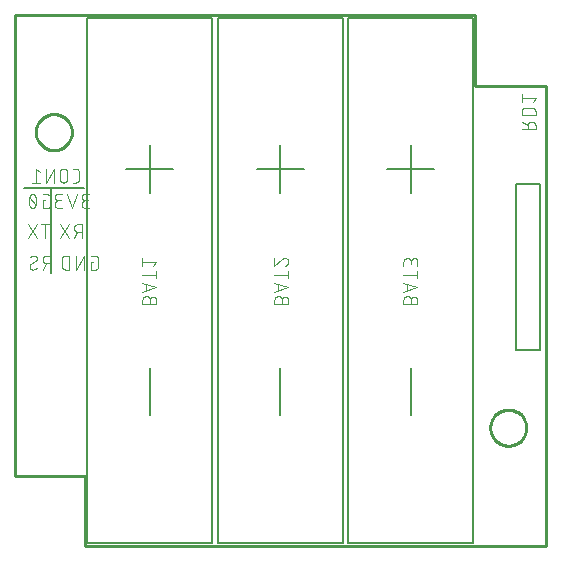
<source format=gbr>
G04 EAGLE Gerber RS-274X export*
G75*
%MOMM*%
%FSLAX34Y34*%
%LPD*%
%INSilkscreen Bottom*%
%IPPOS*%
%AMOC8*
5,1,8,0,0,1.08239X$1,22.5*%
G01*
%ADD10C,0.101600*%
%ADD11C,0.127000*%
%ADD12C,0.200000*%
%ADD13C,0.254000*%


D10*
X62992Y286258D02*
X59746Y286258D01*
X59633Y286260D01*
X59520Y286266D01*
X59407Y286276D01*
X59294Y286290D01*
X59182Y286307D01*
X59071Y286329D01*
X58961Y286354D01*
X58851Y286384D01*
X58743Y286417D01*
X58636Y286454D01*
X58530Y286494D01*
X58426Y286539D01*
X58323Y286587D01*
X58222Y286638D01*
X58123Y286693D01*
X58026Y286751D01*
X57931Y286813D01*
X57838Y286878D01*
X57748Y286946D01*
X57660Y287017D01*
X57574Y287092D01*
X57491Y287169D01*
X57411Y287249D01*
X57334Y287332D01*
X57259Y287418D01*
X57188Y287506D01*
X57120Y287596D01*
X57055Y287689D01*
X56993Y287784D01*
X56935Y287881D01*
X56880Y287980D01*
X56829Y288081D01*
X56781Y288184D01*
X56736Y288288D01*
X56696Y288394D01*
X56659Y288501D01*
X56626Y288609D01*
X56596Y288719D01*
X56571Y288829D01*
X56549Y288940D01*
X56532Y289052D01*
X56518Y289165D01*
X56508Y289278D01*
X56502Y289391D01*
X56500Y289504D01*
X56502Y289617D01*
X56508Y289730D01*
X56518Y289843D01*
X56532Y289956D01*
X56549Y290068D01*
X56571Y290179D01*
X56596Y290289D01*
X56626Y290399D01*
X56659Y290507D01*
X56696Y290614D01*
X56736Y290720D01*
X56781Y290824D01*
X56829Y290927D01*
X56880Y291028D01*
X56935Y291127D01*
X56993Y291224D01*
X57055Y291319D01*
X57120Y291412D01*
X57188Y291502D01*
X57259Y291590D01*
X57334Y291676D01*
X57411Y291759D01*
X57491Y291839D01*
X57574Y291916D01*
X57660Y291991D01*
X57748Y292062D01*
X57838Y292130D01*
X57931Y292195D01*
X58026Y292257D01*
X58123Y292315D01*
X58222Y292370D01*
X58323Y292421D01*
X58426Y292469D01*
X58530Y292514D01*
X58636Y292554D01*
X58743Y292591D01*
X58851Y292624D01*
X58961Y292654D01*
X59071Y292679D01*
X59182Y292701D01*
X59294Y292718D01*
X59407Y292732D01*
X59520Y292742D01*
X59633Y292748D01*
X59746Y292750D01*
X59097Y297942D02*
X62992Y297942D01*
X59097Y297942D02*
X58996Y297940D01*
X58896Y297934D01*
X58796Y297924D01*
X58696Y297911D01*
X58597Y297893D01*
X58498Y297872D01*
X58401Y297847D01*
X58304Y297818D01*
X58209Y297785D01*
X58115Y297749D01*
X58023Y297709D01*
X57932Y297666D01*
X57843Y297619D01*
X57756Y297569D01*
X57670Y297515D01*
X57587Y297458D01*
X57507Y297398D01*
X57428Y297335D01*
X57352Y297268D01*
X57279Y297199D01*
X57209Y297127D01*
X57141Y297053D01*
X57076Y296976D01*
X57015Y296896D01*
X56956Y296814D01*
X56901Y296730D01*
X56849Y296644D01*
X56800Y296556D01*
X56755Y296466D01*
X56713Y296374D01*
X56675Y296281D01*
X56641Y296186D01*
X56610Y296091D01*
X56583Y295994D01*
X56560Y295896D01*
X56540Y295797D01*
X56525Y295697D01*
X56513Y295597D01*
X56505Y295497D01*
X56501Y295396D01*
X56501Y295296D01*
X56505Y295195D01*
X56513Y295095D01*
X56525Y294995D01*
X56540Y294895D01*
X56560Y294796D01*
X56583Y294698D01*
X56610Y294601D01*
X56641Y294506D01*
X56675Y294411D01*
X56713Y294318D01*
X56755Y294226D01*
X56800Y294136D01*
X56849Y294048D01*
X56901Y293962D01*
X56956Y293878D01*
X57015Y293796D01*
X57076Y293716D01*
X57141Y293639D01*
X57209Y293565D01*
X57279Y293493D01*
X57352Y293424D01*
X57428Y293357D01*
X57507Y293294D01*
X57587Y293234D01*
X57670Y293177D01*
X57756Y293123D01*
X57843Y293073D01*
X57932Y293026D01*
X58023Y292983D01*
X58115Y292943D01*
X58209Y292907D01*
X58304Y292874D01*
X58401Y292845D01*
X58498Y292820D01*
X58597Y292799D01*
X58696Y292781D01*
X58796Y292768D01*
X58896Y292758D01*
X58996Y292752D01*
X59097Y292750D01*
X59097Y292749D02*
X61694Y292749D01*
X52211Y297942D02*
X48316Y286258D01*
X44422Y297942D01*
X40132Y286258D02*
X36887Y286258D01*
X36774Y286260D01*
X36661Y286266D01*
X36548Y286276D01*
X36435Y286290D01*
X36323Y286307D01*
X36212Y286329D01*
X36102Y286354D01*
X35992Y286384D01*
X35884Y286417D01*
X35777Y286454D01*
X35671Y286494D01*
X35567Y286539D01*
X35464Y286587D01*
X35363Y286638D01*
X35264Y286693D01*
X35167Y286751D01*
X35072Y286813D01*
X34979Y286878D01*
X34889Y286946D01*
X34801Y287017D01*
X34715Y287092D01*
X34632Y287169D01*
X34552Y287249D01*
X34475Y287332D01*
X34400Y287418D01*
X34329Y287506D01*
X34261Y287596D01*
X34196Y287689D01*
X34134Y287784D01*
X34076Y287881D01*
X34021Y287980D01*
X33970Y288081D01*
X33922Y288184D01*
X33877Y288288D01*
X33837Y288394D01*
X33800Y288501D01*
X33767Y288609D01*
X33737Y288719D01*
X33712Y288829D01*
X33690Y288940D01*
X33673Y289052D01*
X33659Y289165D01*
X33649Y289278D01*
X33643Y289391D01*
X33641Y289504D01*
X33643Y289617D01*
X33649Y289730D01*
X33659Y289843D01*
X33673Y289956D01*
X33690Y290068D01*
X33712Y290179D01*
X33737Y290289D01*
X33767Y290399D01*
X33800Y290507D01*
X33837Y290614D01*
X33877Y290720D01*
X33922Y290824D01*
X33970Y290927D01*
X34021Y291028D01*
X34076Y291127D01*
X34134Y291224D01*
X34196Y291319D01*
X34261Y291412D01*
X34329Y291502D01*
X34400Y291590D01*
X34475Y291676D01*
X34552Y291759D01*
X34632Y291839D01*
X34715Y291916D01*
X34801Y291991D01*
X34889Y292062D01*
X34979Y292130D01*
X35072Y292195D01*
X35167Y292257D01*
X35264Y292315D01*
X35363Y292370D01*
X35464Y292421D01*
X35567Y292469D01*
X35671Y292514D01*
X35777Y292554D01*
X35884Y292591D01*
X35992Y292624D01*
X36102Y292654D01*
X36212Y292679D01*
X36323Y292701D01*
X36435Y292718D01*
X36548Y292732D01*
X36661Y292742D01*
X36774Y292748D01*
X36887Y292750D01*
X36237Y297942D02*
X40132Y297942D01*
X36237Y297942D02*
X36136Y297940D01*
X36036Y297934D01*
X35936Y297924D01*
X35836Y297911D01*
X35737Y297893D01*
X35638Y297872D01*
X35541Y297847D01*
X35444Y297818D01*
X35349Y297785D01*
X35255Y297749D01*
X35163Y297709D01*
X35072Y297666D01*
X34983Y297619D01*
X34896Y297569D01*
X34810Y297515D01*
X34727Y297458D01*
X34647Y297398D01*
X34568Y297335D01*
X34492Y297268D01*
X34419Y297199D01*
X34349Y297127D01*
X34281Y297053D01*
X34216Y296976D01*
X34155Y296896D01*
X34096Y296814D01*
X34041Y296730D01*
X33989Y296644D01*
X33940Y296556D01*
X33895Y296466D01*
X33853Y296374D01*
X33815Y296281D01*
X33781Y296186D01*
X33750Y296091D01*
X33723Y295994D01*
X33700Y295896D01*
X33680Y295797D01*
X33665Y295697D01*
X33653Y295597D01*
X33645Y295497D01*
X33641Y295396D01*
X33641Y295296D01*
X33645Y295195D01*
X33653Y295095D01*
X33665Y294995D01*
X33680Y294895D01*
X33700Y294796D01*
X33723Y294698D01*
X33750Y294601D01*
X33781Y294506D01*
X33815Y294411D01*
X33853Y294318D01*
X33895Y294226D01*
X33940Y294136D01*
X33989Y294048D01*
X34041Y293962D01*
X34096Y293878D01*
X34155Y293796D01*
X34216Y293716D01*
X34281Y293639D01*
X34349Y293565D01*
X34419Y293493D01*
X34492Y293424D01*
X34568Y293357D01*
X34647Y293294D01*
X34727Y293234D01*
X34810Y293177D01*
X34896Y293123D01*
X34983Y293073D01*
X35072Y293026D01*
X35163Y292983D01*
X35255Y292943D01*
X35349Y292907D01*
X35444Y292874D01*
X35541Y292845D01*
X35638Y292820D01*
X35737Y292799D01*
X35836Y292781D01*
X35936Y292768D01*
X36036Y292758D01*
X36136Y292752D01*
X36237Y292750D01*
X36237Y292749D02*
X38834Y292749D01*
X56642Y272542D02*
X56642Y260858D01*
X56642Y272542D02*
X53396Y272542D01*
X53283Y272540D01*
X53170Y272534D01*
X53057Y272524D01*
X52944Y272510D01*
X52832Y272493D01*
X52721Y272471D01*
X52611Y272446D01*
X52501Y272416D01*
X52393Y272383D01*
X52286Y272346D01*
X52180Y272306D01*
X52076Y272261D01*
X51973Y272213D01*
X51872Y272162D01*
X51773Y272107D01*
X51676Y272049D01*
X51581Y271987D01*
X51488Y271922D01*
X51398Y271854D01*
X51310Y271783D01*
X51224Y271708D01*
X51141Y271631D01*
X51061Y271551D01*
X50984Y271468D01*
X50909Y271382D01*
X50838Y271294D01*
X50770Y271204D01*
X50705Y271111D01*
X50643Y271016D01*
X50585Y270919D01*
X50530Y270820D01*
X50479Y270719D01*
X50431Y270616D01*
X50386Y270512D01*
X50346Y270406D01*
X50309Y270299D01*
X50276Y270191D01*
X50246Y270081D01*
X50221Y269971D01*
X50199Y269860D01*
X50182Y269748D01*
X50168Y269635D01*
X50158Y269522D01*
X50152Y269409D01*
X50150Y269296D01*
X50152Y269183D01*
X50158Y269070D01*
X50168Y268957D01*
X50182Y268844D01*
X50199Y268732D01*
X50221Y268621D01*
X50246Y268511D01*
X50276Y268401D01*
X50309Y268293D01*
X50346Y268186D01*
X50386Y268080D01*
X50431Y267976D01*
X50479Y267873D01*
X50530Y267772D01*
X50585Y267673D01*
X50643Y267576D01*
X50705Y267481D01*
X50770Y267388D01*
X50838Y267298D01*
X50909Y267210D01*
X50984Y267124D01*
X51061Y267041D01*
X51141Y266961D01*
X51224Y266884D01*
X51310Y266809D01*
X51398Y266738D01*
X51488Y266670D01*
X51581Y266605D01*
X51676Y266543D01*
X51773Y266485D01*
X51872Y266430D01*
X51973Y266379D01*
X52076Y266331D01*
X52180Y266286D01*
X52286Y266246D01*
X52393Y266209D01*
X52501Y266176D01*
X52611Y266146D01*
X52721Y266121D01*
X52832Y266099D01*
X52944Y266082D01*
X53057Y266068D01*
X53170Y266058D01*
X53283Y266052D01*
X53396Y266050D01*
X53396Y266051D02*
X56642Y266051D01*
X52747Y266051D02*
X50151Y260858D01*
X45935Y260858D02*
X38145Y272542D01*
X45935Y272542D02*
X38145Y260858D01*
X64121Y240679D02*
X66068Y240679D01*
X64121Y240679D02*
X64121Y234188D01*
X68016Y234188D01*
X68115Y234190D01*
X68215Y234196D01*
X68314Y234205D01*
X68412Y234218D01*
X68510Y234235D01*
X68608Y234256D01*
X68704Y234281D01*
X68799Y234309D01*
X68893Y234341D01*
X68986Y234376D01*
X69078Y234415D01*
X69168Y234458D01*
X69256Y234503D01*
X69343Y234553D01*
X69427Y234605D01*
X69510Y234661D01*
X69590Y234719D01*
X69668Y234781D01*
X69743Y234846D01*
X69816Y234914D01*
X69886Y234984D01*
X69954Y235057D01*
X70019Y235132D01*
X70081Y235210D01*
X70139Y235290D01*
X70195Y235373D01*
X70247Y235457D01*
X70297Y235544D01*
X70342Y235632D01*
X70385Y235722D01*
X70424Y235814D01*
X70459Y235907D01*
X70491Y236001D01*
X70519Y236096D01*
X70544Y236192D01*
X70565Y236290D01*
X70582Y236388D01*
X70595Y236486D01*
X70604Y236585D01*
X70610Y236685D01*
X70612Y236784D01*
X70612Y243276D01*
X70610Y243375D01*
X70604Y243475D01*
X70595Y243574D01*
X70582Y243672D01*
X70565Y243770D01*
X70544Y243868D01*
X70519Y243964D01*
X70491Y244059D01*
X70459Y244153D01*
X70424Y244246D01*
X70385Y244338D01*
X70342Y244428D01*
X70297Y244516D01*
X70247Y244603D01*
X70195Y244687D01*
X70139Y244770D01*
X70081Y244850D01*
X70019Y244928D01*
X69954Y245003D01*
X69886Y245076D01*
X69816Y245146D01*
X69743Y245214D01*
X69668Y245279D01*
X69590Y245341D01*
X69510Y245399D01*
X69427Y245455D01*
X69343Y245507D01*
X69256Y245557D01*
X69168Y245602D01*
X69078Y245645D01*
X68986Y245684D01*
X68893Y245719D01*
X68799Y245751D01*
X68704Y245779D01*
X68608Y245804D01*
X68510Y245825D01*
X68412Y245842D01*
X68314Y245855D01*
X68215Y245864D01*
X68115Y245870D01*
X68016Y245872D01*
X64121Y245872D01*
X58420Y245872D02*
X58420Y234188D01*
X51929Y234188D02*
X58420Y245872D01*
X51929Y245872D02*
X51929Y234188D01*
X46228Y234188D02*
X46228Y245872D01*
X42983Y245872D01*
X42870Y245870D01*
X42757Y245864D01*
X42644Y245854D01*
X42531Y245840D01*
X42419Y245823D01*
X42308Y245801D01*
X42198Y245776D01*
X42088Y245746D01*
X41980Y245713D01*
X41873Y245676D01*
X41767Y245636D01*
X41663Y245591D01*
X41560Y245543D01*
X41459Y245492D01*
X41360Y245437D01*
X41263Y245379D01*
X41168Y245317D01*
X41075Y245252D01*
X40985Y245184D01*
X40897Y245113D01*
X40811Y245038D01*
X40728Y244961D01*
X40648Y244881D01*
X40571Y244798D01*
X40496Y244712D01*
X40425Y244624D01*
X40357Y244534D01*
X40292Y244441D01*
X40230Y244346D01*
X40172Y244249D01*
X40117Y244150D01*
X40066Y244049D01*
X40018Y243946D01*
X39973Y243842D01*
X39933Y243736D01*
X39896Y243629D01*
X39863Y243521D01*
X39833Y243411D01*
X39808Y243301D01*
X39786Y243190D01*
X39769Y243078D01*
X39755Y242965D01*
X39745Y242852D01*
X39739Y242739D01*
X39737Y242626D01*
X39737Y237434D01*
X39739Y237321D01*
X39745Y237208D01*
X39755Y237095D01*
X39769Y236982D01*
X39786Y236870D01*
X39808Y236759D01*
X39833Y236649D01*
X39863Y236539D01*
X39896Y236431D01*
X39933Y236324D01*
X39973Y236218D01*
X40018Y236114D01*
X40066Y236011D01*
X40117Y235910D01*
X40172Y235811D01*
X40230Y235714D01*
X40292Y235619D01*
X40357Y235526D01*
X40425Y235436D01*
X40496Y235348D01*
X40571Y235262D01*
X40648Y235179D01*
X40728Y235099D01*
X40811Y235022D01*
X40897Y234947D01*
X40985Y234876D01*
X41075Y234808D01*
X41168Y234743D01*
X41263Y234681D01*
X41360Y234623D01*
X41459Y234568D01*
X41560Y234517D01*
X41663Y234469D01*
X41767Y234424D01*
X41873Y234384D01*
X41980Y234347D01*
X42088Y234314D01*
X42198Y234284D01*
X42308Y234259D01*
X42419Y234237D01*
X42531Y234220D01*
X42644Y234206D01*
X42757Y234196D01*
X42870Y234190D01*
X42983Y234188D01*
X46228Y234188D01*
X29972Y234188D02*
X29972Y245872D01*
X26726Y245872D01*
X26613Y245870D01*
X26500Y245864D01*
X26387Y245854D01*
X26274Y245840D01*
X26162Y245823D01*
X26051Y245801D01*
X25941Y245776D01*
X25831Y245746D01*
X25723Y245713D01*
X25616Y245676D01*
X25510Y245636D01*
X25406Y245591D01*
X25303Y245543D01*
X25202Y245492D01*
X25103Y245437D01*
X25006Y245379D01*
X24911Y245317D01*
X24818Y245252D01*
X24728Y245184D01*
X24640Y245113D01*
X24554Y245038D01*
X24471Y244961D01*
X24391Y244881D01*
X24314Y244798D01*
X24239Y244712D01*
X24168Y244624D01*
X24100Y244534D01*
X24035Y244441D01*
X23973Y244346D01*
X23915Y244249D01*
X23860Y244150D01*
X23809Y244049D01*
X23761Y243946D01*
X23716Y243842D01*
X23676Y243736D01*
X23639Y243629D01*
X23606Y243521D01*
X23576Y243411D01*
X23551Y243301D01*
X23529Y243190D01*
X23512Y243078D01*
X23498Y242965D01*
X23488Y242852D01*
X23482Y242739D01*
X23480Y242626D01*
X23482Y242513D01*
X23488Y242400D01*
X23498Y242287D01*
X23512Y242174D01*
X23529Y242062D01*
X23551Y241951D01*
X23576Y241841D01*
X23606Y241731D01*
X23639Y241623D01*
X23676Y241516D01*
X23716Y241410D01*
X23761Y241306D01*
X23809Y241203D01*
X23860Y241102D01*
X23915Y241003D01*
X23973Y240906D01*
X24035Y240811D01*
X24100Y240718D01*
X24168Y240628D01*
X24239Y240540D01*
X24314Y240454D01*
X24391Y240371D01*
X24471Y240291D01*
X24554Y240214D01*
X24640Y240139D01*
X24728Y240068D01*
X24818Y240000D01*
X24911Y239935D01*
X25006Y239873D01*
X25103Y239815D01*
X25202Y239760D01*
X25303Y239709D01*
X25406Y239661D01*
X25510Y239616D01*
X25616Y239576D01*
X25723Y239539D01*
X25831Y239506D01*
X25941Y239476D01*
X26051Y239451D01*
X26162Y239429D01*
X26274Y239412D01*
X26387Y239398D01*
X26500Y239388D01*
X26613Y239382D01*
X26726Y239380D01*
X26726Y239381D02*
X29972Y239381D01*
X26077Y239381D02*
X23481Y234188D01*
X15102Y234188D02*
X15003Y234190D01*
X14903Y234196D01*
X14804Y234205D01*
X14706Y234218D01*
X14608Y234235D01*
X14510Y234256D01*
X14414Y234281D01*
X14319Y234309D01*
X14225Y234341D01*
X14132Y234376D01*
X14040Y234415D01*
X13950Y234458D01*
X13862Y234503D01*
X13775Y234553D01*
X13691Y234605D01*
X13608Y234661D01*
X13528Y234719D01*
X13450Y234781D01*
X13375Y234846D01*
X13302Y234914D01*
X13232Y234984D01*
X13164Y235057D01*
X13099Y235132D01*
X13037Y235210D01*
X12979Y235290D01*
X12923Y235373D01*
X12871Y235457D01*
X12821Y235544D01*
X12776Y235632D01*
X12733Y235722D01*
X12694Y235814D01*
X12659Y235907D01*
X12627Y236001D01*
X12599Y236096D01*
X12574Y236192D01*
X12553Y236290D01*
X12536Y236388D01*
X12523Y236486D01*
X12514Y236585D01*
X12508Y236685D01*
X12506Y236784D01*
X15102Y234188D02*
X15246Y234190D01*
X15391Y234196D01*
X15535Y234205D01*
X15678Y234218D01*
X15822Y234235D01*
X15965Y234256D01*
X16107Y234281D01*
X16248Y234309D01*
X16389Y234341D01*
X16529Y234377D01*
X16668Y234416D01*
X16806Y234459D01*
X16942Y234506D01*
X17078Y234556D01*
X17212Y234610D01*
X17344Y234667D01*
X17475Y234728D01*
X17604Y234792D01*
X17732Y234860D01*
X17858Y234931D01*
X17982Y235005D01*
X18103Y235082D01*
X18223Y235163D01*
X18341Y235246D01*
X18456Y235333D01*
X18569Y235423D01*
X18680Y235516D01*
X18788Y235611D01*
X18894Y235710D01*
X18997Y235811D01*
X18672Y243276D02*
X18670Y243375D01*
X18664Y243475D01*
X18655Y243574D01*
X18642Y243672D01*
X18625Y243770D01*
X18604Y243868D01*
X18579Y243964D01*
X18551Y244059D01*
X18519Y244153D01*
X18484Y244246D01*
X18445Y244338D01*
X18402Y244428D01*
X18357Y244516D01*
X18307Y244603D01*
X18255Y244687D01*
X18199Y244770D01*
X18141Y244850D01*
X18079Y244928D01*
X18014Y245003D01*
X17946Y245076D01*
X17876Y245146D01*
X17803Y245214D01*
X17728Y245279D01*
X17650Y245341D01*
X17570Y245399D01*
X17487Y245455D01*
X17403Y245507D01*
X17316Y245557D01*
X17228Y245602D01*
X17138Y245645D01*
X17046Y245684D01*
X16953Y245719D01*
X16859Y245751D01*
X16764Y245779D01*
X16668Y245804D01*
X16570Y245825D01*
X16472Y245842D01*
X16374Y245855D01*
X16275Y245864D01*
X16175Y245870D01*
X16076Y245872D01*
X15940Y245870D01*
X15804Y245864D01*
X15668Y245855D01*
X15532Y245842D01*
X15397Y245824D01*
X15263Y245804D01*
X15129Y245779D01*
X14995Y245751D01*
X14863Y245718D01*
X14732Y245683D01*
X14601Y245643D01*
X14472Y245600D01*
X14344Y245554D01*
X14218Y245503D01*
X14092Y245450D01*
X13969Y245392D01*
X13847Y245332D01*
X13727Y245268D01*
X13608Y245200D01*
X13492Y245130D01*
X13378Y245056D01*
X13265Y244979D01*
X13155Y244898D01*
X17374Y241004D02*
X17460Y241057D01*
X17544Y241114D01*
X17626Y241173D01*
X17706Y241236D01*
X17783Y241302D01*
X17858Y241370D01*
X17930Y241442D01*
X17999Y241516D01*
X18065Y241593D01*
X18128Y241672D01*
X18188Y241754D01*
X18245Y241838D01*
X18299Y241924D01*
X18349Y242012D01*
X18396Y242102D01*
X18440Y242193D01*
X18479Y242287D01*
X18516Y242381D01*
X18548Y242477D01*
X18577Y242575D01*
X18602Y242673D01*
X18623Y242772D01*
X18641Y242872D01*
X18654Y242972D01*
X18664Y243073D01*
X18670Y243175D01*
X18672Y243276D01*
X13804Y239056D02*
X13718Y239003D01*
X13634Y238946D01*
X13552Y238887D01*
X13472Y238824D01*
X13395Y238758D01*
X13320Y238690D01*
X13248Y238618D01*
X13179Y238544D01*
X13113Y238467D01*
X13050Y238388D01*
X12990Y238306D01*
X12933Y238222D01*
X12879Y238136D01*
X12829Y238048D01*
X12782Y237958D01*
X12738Y237867D01*
X12699Y237773D01*
X12662Y237679D01*
X12630Y237583D01*
X12601Y237485D01*
X12576Y237387D01*
X12555Y237288D01*
X12537Y237188D01*
X12524Y237088D01*
X12514Y236987D01*
X12508Y236885D01*
X12506Y236784D01*
X13804Y239056D02*
X17374Y241004D01*
X25456Y260858D02*
X25456Y272542D01*
X22211Y272542D02*
X28702Y272542D01*
X18683Y260858D02*
X10894Y272542D01*
X18683Y272542D02*
X10894Y260858D01*
X23481Y292749D02*
X25428Y292749D01*
X23481Y292749D02*
X23481Y286258D01*
X27376Y286258D01*
X27475Y286260D01*
X27575Y286266D01*
X27674Y286275D01*
X27772Y286288D01*
X27870Y286305D01*
X27968Y286326D01*
X28064Y286351D01*
X28159Y286379D01*
X28253Y286411D01*
X28346Y286446D01*
X28438Y286485D01*
X28528Y286528D01*
X28616Y286573D01*
X28703Y286623D01*
X28787Y286675D01*
X28870Y286731D01*
X28950Y286789D01*
X29028Y286851D01*
X29103Y286916D01*
X29176Y286984D01*
X29246Y287054D01*
X29314Y287127D01*
X29379Y287202D01*
X29441Y287280D01*
X29499Y287360D01*
X29555Y287443D01*
X29607Y287527D01*
X29657Y287614D01*
X29702Y287702D01*
X29745Y287792D01*
X29784Y287884D01*
X29819Y287977D01*
X29851Y288071D01*
X29879Y288166D01*
X29904Y288262D01*
X29925Y288360D01*
X29942Y288458D01*
X29955Y288556D01*
X29964Y288655D01*
X29970Y288755D01*
X29972Y288854D01*
X29972Y295346D01*
X29970Y295445D01*
X29964Y295545D01*
X29955Y295644D01*
X29942Y295742D01*
X29925Y295840D01*
X29904Y295938D01*
X29879Y296034D01*
X29851Y296129D01*
X29819Y296223D01*
X29784Y296316D01*
X29745Y296408D01*
X29702Y296498D01*
X29657Y296586D01*
X29607Y296673D01*
X29555Y296757D01*
X29499Y296840D01*
X29441Y296920D01*
X29379Y296998D01*
X29314Y297073D01*
X29246Y297146D01*
X29176Y297216D01*
X29103Y297284D01*
X29028Y297349D01*
X28950Y297411D01*
X28870Y297469D01*
X28787Y297525D01*
X28703Y297577D01*
X28616Y297627D01*
X28528Y297672D01*
X28438Y297715D01*
X28346Y297754D01*
X28253Y297789D01*
X28159Y297821D01*
X28064Y297849D01*
X27968Y297874D01*
X27870Y297895D01*
X27772Y297912D01*
X27674Y297925D01*
X27575Y297934D01*
X27475Y297940D01*
X27376Y297942D01*
X23481Y297942D01*
X17188Y296319D02*
X17287Y296112D01*
X17380Y295902D01*
X17468Y295689D01*
X17551Y295475D01*
X17629Y295259D01*
X17702Y295041D01*
X17770Y294821D01*
X17832Y294600D01*
X17889Y294377D01*
X17941Y294153D01*
X17987Y293928D01*
X18028Y293702D01*
X18063Y293475D01*
X18093Y293247D01*
X18118Y293018D01*
X18137Y292789D01*
X18151Y292560D01*
X18159Y292330D01*
X18162Y292100D01*
X17188Y296319D02*
X17155Y296409D01*
X17119Y296498D01*
X17079Y296586D01*
X17035Y296671D01*
X16988Y296755D01*
X16938Y296837D01*
X16884Y296917D01*
X16828Y296994D01*
X16768Y297070D01*
X16705Y297143D01*
X16640Y297213D01*
X16571Y297281D01*
X16500Y297345D01*
X16427Y297407D01*
X16351Y297466D01*
X16273Y297522D01*
X16192Y297575D01*
X16110Y297624D01*
X16026Y297670D01*
X15939Y297713D01*
X15852Y297752D01*
X15762Y297788D01*
X15672Y297820D01*
X15580Y297848D01*
X15487Y297873D01*
X15393Y297894D01*
X15299Y297911D01*
X15204Y297925D01*
X15108Y297934D01*
X15012Y297940D01*
X14916Y297942D01*
X14820Y297940D01*
X14724Y297934D01*
X14628Y297925D01*
X14533Y297911D01*
X14439Y297894D01*
X14345Y297873D01*
X14252Y297848D01*
X14160Y297820D01*
X14070Y297788D01*
X13980Y297752D01*
X13893Y297713D01*
X13806Y297670D01*
X13722Y297624D01*
X13640Y297575D01*
X13559Y297522D01*
X13481Y297466D01*
X13405Y297407D01*
X13332Y297345D01*
X13261Y297281D01*
X13192Y297213D01*
X13127Y297143D01*
X13064Y297070D01*
X13004Y296995D01*
X12948Y296917D01*
X12894Y296837D01*
X12844Y296755D01*
X12797Y296671D01*
X12754Y296586D01*
X12713Y296498D01*
X12677Y296409D01*
X12644Y296319D01*
X12545Y296111D01*
X12452Y295901D01*
X12364Y295689D01*
X12281Y295475D01*
X12203Y295258D01*
X12130Y295040D01*
X12062Y294821D01*
X12000Y294599D01*
X11943Y294377D01*
X11891Y294153D01*
X11845Y293928D01*
X11804Y293702D01*
X11769Y293474D01*
X11739Y293247D01*
X11714Y293018D01*
X11695Y292789D01*
X11681Y292560D01*
X11673Y292330D01*
X11670Y292100D01*
X18161Y292100D02*
X18158Y291870D01*
X18150Y291640D01*
X18136Y291411D01*
X18117Y291182D01*
X18092Y290953D01*
X18062Y290725D01*
X18027Y290498D01*
X17986Y290272D01*
X17940Y290047D01*
X17888Y289823D01*
X17831Y289600D01*
X17769Y289379D01*
X17701Y289159D01*
X17628Y288941D01*
X17550Y288725D01*
X17467Y288511D01*
X17379Y288299D01*
X17286Y288088D01*
X17187Y287881D01*
X17188Y287881D02*
X17155Y287791D01*
X17119Y287702D01*
X17078Y287614D01*
X17035Y287529D01*
X16988Y287445D01*
X16938Y287363D01*
X16884Y287283D01*
X16828Y287206D01*
X16768Y287130D01*
X16705Y287057D01*
X16640Y286987D01*
X16571Y286919D01*
X16500Y286855D01*
X16427Y286793D01*
X16351Y286734D01*
X16273Y286678D01*
X16192Y286625D01*
X16110Y286576D01*
X16026Y286530D01*
X15939Y286487D01*
X15852Y286448D01*
X15762Y286412D01*
X15672Y286380D01*
X15580Y286352D01*
X15487Y286327D01*
X15393Y286306D01*
X15299Y286289D01*
X15204Y286275D01*
X15108Y286266D01*
X15012Y286260D01*
X14916Y286258D01*
X12644Y287881D02*
X12545Y288088D01*
X12452Y288299D01*
X12364Y288511D01*
X12281Y288725D01*
X12203Y288941D01*
X12130Y289159D01*
X12062Y289379D01*
X12000Y289600D01*
X11943Y289823D01*
X11891Y290047D01*
X11845Y290272D01*
X11804Y290498D01*
X11769Y290725D01*
X11739Y290953D01*
X11714Y291182D01*
X11695Y291411D01*
X11681Y291640D01*
X11673Y291870D01*
X11670Y292100D01*
X12644Y287881D02*
X12677Y287791D01*
X12713Y287702D01*
X12754Y287614D01*
X12797Y287529D01*
X12844Y287445D01*
X12894Y287363D01*
X12948Y287283D01*
X13004Y287205D01*
X13064Y287130D01*
X13127Y287057D01*
X13192Y286987D01*
X13261Y286919D01*
X13332Y286855D01*
X13405Y286793D01*
X13481Y286734D01*
X13559Y286678D01*
X13640Y286625D01*
X13722Y286576D01*
X13806Y286530D01*
X13893Y286487D01*
X13980Y286448D01*
X14070Y286412D01*
X14160Y286380D01*
X14252Y286352D01*
X14345Y286327D01*
X14439Y286306D01*
X14533Y286289D01*
X14628Y286275D01*
X14724Y286266D01*
X14820Y286260D01*
X14916Y286258D01*
X17512Y288854D02*
X12319Y295346D01*
D11*
X7620Y303530D02*
X30480Y303530D01*
X58420Y303530D01*
X30480Y303530D02*
X30480Y231140D01*
D12*
X424340Y166220D02*
X424340Y306220D01*
X424340Y166220D02*
X444340Y166220D01*
X444340Y306220D01*
X424340Y306220D01*
D10*
X429198Y352913D02*
X440882Y352913D01*
X440882Y356158D01*
X440880Y356271D01*
X440874Y356384D01*
X440864Y356497D01*
X440850Y356610D01*
X440833Y356722D01*
X440811Y356833D01*
X440786Y356943D01*
X440756Y357053D01*
X440723Y357161D01*
X440686Y357268D01*
X440646Y357374D01*
X440601Y357478D01*
X440553Y357581D01*
X440502Y357682D01*
X440447Y357781D01*
X440389Y357878D01*
X440327Y357973D01*
X440262Y358066D01*
X440194Y358156D01*
X440123Y358244D01*
X440048Y358330D01*
X439971Y358413D01*
X439891Y358493D01*
X439808Y358570D01*
X439722Y358645D01*
X439634Y358716D01*
X439544Y358784D01*
X439451Y358849D01*
X439356Y358911D01*
X439259Y358969D01*
X439160Y359024D01*
X439059Y359075D01*
X438956Y359123D01*
X438852Y359168D01*
X438746Y359208D01*
X438639Y359245D01*
X438531Y359278D01*
X438421Y359308D01*
X438311Y359333D01*
X438200Y359355D01*
X438088Y359372D01*
X437975Y359386D01*
X437862Y359396D01*
X437749Y359402D01*
X437636Y359404D01*
X437523Y359402D01*
X437410Y359396D01*
X437297Y359386D01*
X437184Y359372D01*
X437072Y359355D01*
X436961Y359333D01*
X436851Y359308D01*
X436741Y359278D01*
X436633Y359245D01*
X436526Y359208D01*
X436420Y359168D01*
X436316Y359123D01*
X436213Y359075D01*
X436112Y359024D01*
X436013Y358969D01*
X435916Y358911D01*
X435821Y358849D01*
X435728Y358784D01*
X435638Y358716D01*
X435550Y358645D01*
X435464Y358570D01*
X435381Y358493D01*
X435301Y358413D01*
X435224Y358330D01*
X435149Y358244D01*
X435078Y358156D01*
X435010Y358066D01*
X434945Y357973D01*
X434883Y357878D01*
X434825Y357781D01*
X434770Y357682D01*
X434719Y357581D01*
X434671Y357478D01*
X434626Y357374D01*
X434586Y357268D01*
X434549Y357161D01*
X434516Y357053D01*
X434486Y356943D01*
X434461Y356833D01*
X434439Y356722D01*
X434422Y356610D01*
X434408Y356497D01*
X434398Y356384D01*
X434392Y356271D01*
X434390Y356158D01*
X434391Y356158D02*
X434391Y352913D01*
X434391Y356807D02*
X429198Y359404D01*
X429198Y364650D02*
X440882Y364650D01*
X440882Y367895D01*
X440880Y368008D01*
X440874Y368121D01*
X440864Y368234D01*
X440850Y368347D01*
X440833Y368459D01*
X440811Y368570D01*
X440786Y368680D01*
X440756Y368790D01*
X440723Y368898D01*
X440686Y369005D01*
X440646Y369111D01*
X440601Y369215D01*
X440553Y369318D01*
X440502Y369419D01*
X440447Y369518D01*
X440389Y369615D01*
X440327Y369710D01*
X440262Y369803D01*
X440194Y369893D01*
X440123Y369981D01*
X440048Y370067D01*
X439971Y370150D01*
X439891Y370230D01*
X439808Y370307D01*
X439722Y370382D01*
X439634Y370453D01*
X439544Y370521D01*
X439451Y370586D01*
X439356Y370648D01*
X439259Y370706D01*
X439160Y370761D01*
X439059Y370812D01*
X438956Y370860D01*
X438852Y370905D01*
X438746Y370945D01*
X438639Y370982D01*
X438531Y371015D01*
X438421Y371045D01*
X438311Y371070D01*
X438200Y371092D01*
X438088Y371109D01*
X437975Y371123D01*
X437862Y371133D01*
X437749Y371139D01*
X437636Y371141D01*
X432444Y371141D01*
X432331Y371139D01*
X432218Y371133D01*
X432105Y371123D01*
X431992Y371109D01*
X431880Y371092D01*
X431769Y371070D01*
X431659Y371045D01*
X431549Y371015D01*
X431441Y370982D01*
X431334Y370945D01*
X431228Y370905D01*
X431124Y370860D01*
X431021Y370812D01*
X430920Y370761D01*
X430821Y370706D01*
X430724Y370648D01*
X430629Y370586D01*
X430536Y370521D01*
X430446Y370453D01*
X430358Y370382D01*
X430272Y370307D01*
X430189Y370230D01*
X430109Y370150D01*
X430032Y370067D01*
X429957Y369981D01*
X429886Y369893D01*
X429818Y369803D01*
X429753Y369710D01*
X429691Y369615D01*
X429633Y369518D01*
X429578Y369419D01*
X429527Y369318D01*
X429479Y369215D01*
X429434Y369111D01*
X429394Y369005D01*
X429357Y368898D01*
X429324Y368790D01*
X429294Y368680D01*
X429269Y368570D01*
X429247Y368459D01*
X429230Y368347D01*
X429216Y368234D01*
X429206Y368121D01*
X429200Y368008D01*
X429198Y367895D01*
X429198Y364650D01*
X438286Y376461D02*
X440882Y379706D01*
X429198Y379706D01*
X429198Y376461D02*
X429198Y382952D01*
D12*
X134300Y319290D02*
X94300Y319290D01*
X114300Y339290D02*
X114300Y299290D01*
X114300Y150790D02*
X114300Y110790D01*
X61300Y2290D02*
X61300Y447290D01*
X61300Y2290D02*
X167300Y2290D01*
X167300Y447290D01*
X61300Y447290D01*
D10*
X114539Y208442D02*
X114539Y205197D01*
X114540Y208442D02*
X114538Y208555D01*
X114532Y208668D01*
X114522Y208781D01*
X114508Y208894D01*
X114491Y209006D01*
X114469Y209117D01*
X114444Y209227D01*
X114414Y209337D01*
X114381Y209445D01*
X114344Y209552D01*
X114304Y209658D01*
X114259Y209762D01*
X114211Y209865D01*
X114160Y209966D01*
X114105Y210065D01*
X114047Y210162D01*
X113985Y210257D01*
X113920Y210350D01*
X113852Y210440D01*
X113781Y210528D01*
X113706Y210614D01*
X113629Y210697D01*
X113549Y210777D01*
X113466Y210854D01*
X113380Y210929D01*
X113292Y211000D01*
X113202Y211068D01*
X113109Y211133D01*
X113014Y211195D01*
X112917Y211253D01*
X112818Y211308D01*
X112717Y211359D01*
X112614Y211407D01*
X112510Y211452D01*
X112404Y211492D01*
X112297Y211529D01*
X112189Y211562D01*
X112079Y211592D01*
X111969Y211617D01*
X111858Y211639D01*
X111746Y211656D01*
X111633Y211670D01*
X111520Y211680D01*
X111407Y211686D01*
X111294Y211688D01*
X111181Y211686D01*
X111068Y211680D01*
X110955Y211670D01*
X110842Y211656D01*
X110730Y211639D01*
X110619Y211617D01*
X110509Y211592D01*
X110399Y211562D01*
X110291Y211529D01*
X110184Y211492D01*
X110078Y211452D01*
X109974Y211407D01*
X109871Y211359D01*
X109770Y211308D01*
X109671Y211253D01*
X109574Y211195D01*
X109479Y211133D01*
X109386Y211068D01*
X109296Y211000D01*
X109208Y210929D01*
X109122Y210854D01*
X109039Y210777D01*
X108959Y210697D01*
X108882Y210614D01*
X108807Y210528D01*
X108736Y210440D01*
X108668Y210350D01*
X108603Y210257D01*
X108541Y210162D01*
X108483Y210065D01*
X108428Y209966D01*
X108377Y209865D01*
X108329Y209762D01*
X108284Y209658D01*
X108244Y209552D01*
X108207Y209445D01*
X108174Y209337D01*
X108144Y209227D01*
X108119Y209117D01*
X108097Y209006D01*
X108080Y208894D01*
X108066Y208781D01*
X108056Y208668D01*
X108050Y208555D01*
X108048Y208442D01*
X108048Y205197D01*
X119732Y205197D01*
X119732Y208442D01*
X119730Y208543D01*
X119724Y208643D01*
X119714Y208743D01*
X119701Y208843D01*
X119683Y208942D01*
X119662Y209041D01*
X119637Y209138D01*
X119608Y209235D01*
X119575Y209330D01*
X119539Y209424D01*
X119499Y209516D01*
X119456Y209607D01*
X119409Y209696D01*
X119359Y209783D01*
X119305Y209869D01*
X119248Y209952D01*
X119188Y210032D01*
X119125Y210111D01*
X119058Y210187D01*
X118989Y210260D01*
X118917Y210330D01*
X118843Y210398D01*
X118766Y210463D01*
X118686Y210524D01*
X118604Y210583D01*
X118520Y210638D01*
X118434Y210690D01*
X118346Y210739D01*
X118256Y210784D01*
X118164Y210826D01*
X118071Y210864D01*
X117976Y210898D01*
X117881Y210929D01*
X117784Y210956D01*
X117686Y210979D01*
X117587Y210999D01*
X117487Y211014D01*
X117387Y211026D01*
X117287Y211034D01*
X117186Y211038D01*
X117086Y211038D01*
X116985Y211034D01*
X116885Y211026D01*
X116785Y211014D01*
X116685Y210999D01*
X116586Y210979D01*
X116488Y210956D01*
X116391Y210929D01*
X116296Y210898D01*
X116201Y210864D01*
X116108Y210826D01*
X116016Y210784D01*
X115926Y210739D01*
X115838Y210690D01*
X115752Y210638D01*
X115668Y210583D01*
X115586Y210524D01*
X115506Y210463D01*
X115429Y210398D01*
X115355Y210330D01*
X115283Y210260D01*
X115214Y210187D01*
X115147Y210111D01*
X115084Y210032D01*
X115024Y209952D01*
X114967Y209869D01*
X114913Y209783D01*
X114863Y209696D01*
X114816Y209607D01*
X114773Y209516D01*
X114733Y209424D01*
X114697Y209330D01*
X114664Y209235D01*
X114635Y209138D01*
X114610Y209041D01*
X114589Y208942D01*
X114571Y208843D01*
X114558Y208743D01*
X114548Y208643D01*
X114542Y208543D01*
X114540Y208442D01*
X108048Y215427D02*
X119732Y219322D01*
X108048Y223217D01*
X110969Y222243D02*
X110969Y216401D01*
X108048Y229990D02*
X119732Y229990D01*
X119732Y233235D02*
X119732Y226744D01*
X117136Y237412D02*
X119732Y240658D01*
X108048Y240658D01*
X108048Y243903D02*
X108048Y237412D01*
D12*
X204790Y319290D02*
X244790Y319290D01*
X224790Y339290D02*
X224790Y299290D01*
X224790Y150790D02*
X224790Y110790D01*
X171790Y2290D02*
X171790Y447290D01*
X171790Y2290D02*
X277790Y2290D01*
X277790Y447290D01*
X171790Y447290D01*
D10*
X226299Y208442D02*
X226299Y205197D01*
X226300Y208442D02*
X226298Y208555D01*
X226292Y208668D01*
X226282Y208781D01*
X226268Y208894D01*
X226251Y209006D01*
X226229Y209117D01*
X226204Y209227D01*
X226174Y209337D01*
X226141Y209445D01*
X226104Y209552D01*
X226064Y209658D01*
X226019Y209762D01*
X225971Y209865D01*
X225920Y209966D01*
X225865Y210065D01*
X225807Y210162D01*
X225745Y210257D01*
X225680Y210350D01*
X225612Y210440D01*
X225541Y210528D01*
X225466Y210614D01*
X225389Y210697D01*
X225309Y210777D01*
X225226Y210854D01*
X225140Y210929D01*
X225052Y211000D01*
X224962Y211068D01*
X224869Y211133D01*
X224774Y211195D01*
X224677Y211253D01*
X224578Y211308D01*
X224477Y211359D01*
X224374Y211407D01*
X224270Y211452D01*
X224164Y211492D01*
X224057Y211529D01*
X223949Y211562D01*
X223839Y211592D01*
X223729Y211617D01*
X223618Y211639D01*
X223506Y211656D01*
X223393Y211670D01*
X223280Y211680D01*
X223167Y211686D01*
X223054Y211688D01*
X222941Y211686D01*
X222828Y211680D01*
X222715Y211670D01*
X222602Y211656D01*
X222490Y211639D01*
X222379Y211617D01*
X222269Y211592D01*
X222159Y211562D01*
X222051Y211529D01*
X221944Y211492D01*
X221838Y211452D01*
X221734Y211407D01*
X221631Y211359D01*
X221530Y211308D01*
X221431Y211253D01*
X221334Y211195D01*
X221239Y211133D01*
X221146Y211068D01*
X221056Y211000D01*
X220968Y210929D01*
X220882Y210854D01*
X220799Y210777D01*
X220719Y210697D01*
X220642Y210614D01*
X220567Y210528D01*
X220496Y210440D01*
X220428Y210350D01*
X220363Y210257D01*
X220301Y210162D01*
X220243Y210065D01*
X220188Y209966D01*
X220137Y209865D01*
X220089Y209762D01*
X220044Y209658D01*
X220004Y209552D01*
X219967Y209445D01*
X219934Y209337D01*
X219904Y209227D01*
X219879Y209117D01*
X219857Y209006D01*
X219840Y208894D01*
X219826Y208781D01*
X219816Y208668D01*
X219810Y208555D01*
X219808Y208442D01*
X219808Y205197D01*
X231492Y205197D01*
X231492Y208442D01*
X231490Y208543D01*
X231484Y208643D01*
X231474Y208743D01*
X231461Y208843D01*
X231443Y208942D01*
X231422Y209041D01*
X231397Y209138D01*
X231368Y209235D01*
X231335Y209330D01*
X231299Y209424D01*
X231259Y209516D01*
X231216Y209607D01*
X231169Y209696D01*
X231119Y209783D01*
X231065Y209869D01*
X231008Y209952D01*
X230948Y210032D01*
X230885Y210111D01*
X230818Y210187D01*
X230749Y210260D01*
X230677Y210330D01*
X230603Y210398D01*
X230526Y210463D01*
X230446Y210524D01*
X230364Y210583D01*
X230280Y210638D01*
X230194Y210690D01*
X230106Y210739D01*
X230016Y210784D01*
X229924Y210826D01*
X229831Y210864D01*
X229736Y210898D01*
X229641Y210929D01*
X229544Y210956D01*
X229446Y210979D01*
X229347Y210999D01*
X229247Y211014D01*
X229147Y211026D01*
X229047Y211034D01*
X228946Y211038D01*
X228846Y211038D01*
X228745Y211034D01*
X228645Y211026D01*
X228545Y211014D01*
X228445Y210999D01*
X228346Y210979D01*
X228248Y210956D01*
X228151Y210929D01*
X228056Y210898D01*
X227961Y210864D01*
X227868Y210826D01*
X227776Y210784D01*
X227686Y210739D01*
X227598Y210690D01*
X227512Y210638D01*
X227428Y210583D01*
X227346Y210524D01*
X227266Y210463D01*
X227189Y210398D01*
X227115Y210330D01*
X227043Y210260D01*
X226974Y210187D01*
X226907Y210111D01*
X226844Y210032D01*
X226784Y209952D01*
X226727Y209869D01*
X226673Y209783D01*
X226623Y209696D01*
X226576Y209607D01*
X226533Y209516D01*
X226493Y209424D01*
X226457Y209330D01*
X226424Y209235D01*
X226395Y209138D01*
X226370Y209041D01*
X226349Y208942D01*
X226331Y208843D01*
X226318Y208743D01*
X226308Y208643D01*
X226302Y208543D01*
X226300Y208442D01*
X219808Y215427D02*
X231492Y219322D01*
X219808Y223217D01*
X222729Y222243D02*
X222729Y216401D01*
X219808Y229990D02*
X231492Y229990D01*
X231492Y233235D02*
X231492Y226744D01*
X231492Y240982D02*
X231490Y241089D01*
X231484Y241195D01*
X231474Y241301D01*
X231461Y241407D01*
X231443Y241513D01*
X231422Y241617D01*
X231397Y241721D01*
X231368Y241824D01*
X231336Y241925D01*
X231299Y242025D01*
X231259Y242124D01*
X231216Y242222D01*
X231169Y242318D01*
X231118Y242412D01*
X231064Y242504D01*
X231007Y242594D01*
X230947Y242682D01*
X230883Y242767D01*
X230816Y242850D01*
X230746Y242931D01*
X230674Y243009D01*
X230598Y243085D01*
X230520Y243157D01*
X230439Y243227D01*
X230356Y243294D01*
X230271Y243358D01*
X230183Y243418D01*
X230093Y243475D01*
X230001Y243529D01*
X229907Y243580D01*
X229811Y243627D01*
X229713Y243670D01*
X229614Y243710D01*
X229514Y243747D01*
X229413Y243779D01*
X229310Y243808D01*
X229206Y243833D01*
X229102Y243854D01*
X228996Y243872D01*
X228890Y243885D01*
X228784Y243895D01*
X228678Y243901D01*
X228571Y243903D01*
X231492Y240982D02*
X231490Y240861D01*
X231484Y240740D01*
X231474Y240620D01*
X231461Y240499D01*
X231443Y240380D01*
X231422Y240260D01*
X231397Y240142D01*
X231368Y240025D01*
X231335Y239908D01*
X231299Y239793D01*
X231258Y239679D01*
X231215Y239566D01*
X231167Y239454D01*
X231116Y239345D01*
X231061Y239237D01*
X231003Y239130D01*
X230942Y239026D01*
X230877Y238924D01*
X230809Y238824D01*
X230738Y238726D01*
X230664Y238630D01*
X230587Y238537D01*
X230506Y238447D01*
X230423Y238359D01*
X230337Y238274D01*
X230248Y238191D01*
X230157Y238112D01*
X230063Y238035D01*
X229967Y237962D01*
X229869Y237892D01*
X229768Y237825D01*
X229665Y237761D01*
X229560Y237701D01*
X229453Y237644D01*
X229345Y237590D01*
X229235Y237540D01*
X229123Y237494D01*
X229010Y237451D01*
X228895Y237412D01*
X226299Y242930D02*
X226376Y243009D01*
X226457Y243085D01*
X226540Y243158D01*
X226625Y243228D01*
X226713Y243295D01*
X226803Y243359D01*
X226895Y243419D01*
X226990Y243476D01*
X227086Y243530D01*
X227184Y243581D01*
X227284Y243628D01*
X227386Y243672D01*
X227489Y243712D01*
X227593Y243748D01*
X227699Y243780D01*
X227805Y243809D01*
X227913Y243834D01*
X228021Y243856D01*
X228131Y243873D01*
X228240Y243887D01*
X228350Y243896D01*
X228461Y243902D01*
X228571Y243904D01*
X226299Y242930D02*
X219808Y237412D01*
X219808Y243903D01*
D12*
X315280Y319290D02*
X355280Y319290D01*
X335280Y339290D02*
X335280Y299290D01*
X335280Y150790D02*
X335280Y110790D01*
X282280Y2290D02*
X282280Y447290D01*
X282280Y2290D02*
X388280Y2290D01*
X388280Y447290D01*
X282280Y447290D01*
D10*
X335519Y208442D02*
X335519Y205197D01*
X335520Y208442D02*
X335518Y208555D01*
X335512Y208668D01*
X335502Y208781D01*
X335488Y208894D01*
X335471Y209006D01*
X335449Y209117D01*
X335424Y209227D01*
X335394Y209337D01*
X335361Y209445D01*
X335324Y209552D01*
X335284Y209658D01*
X335239Y209762D01*
X335191Y209865D01*
X335140Y209966D01*
X335085Y210065D01*
X335027Y210162D01*
X334965Y210257D01*
X334900Y210350D01*
X334832Y210440D01*
X334761Y210528D01*
X334686Y210614D01*
X334609Y210697D01*
X334529Y210777D01*
X334446Y210854D01*
X334360Y210929D01*
X334272Y211000D01*
X334182Y211068D01*
X334089Y211133D01*
X333994Y211195D01*
X333897Y211253D01*
X333798Y211308D01*
X333697Y211359D01*
X333594Y211407D01*
X333490Y211452D01*
X333384Y211492D01*
X333277Y211529D01*
X333169Y211562D01*
X333059Y211592D01*
X332949Y211617D01*
X332838Y211639D01*
X332726Y211656D01*
X332613Y211670D01*
X332500Y211680D01*
X332387Y211686D01*
X332274Y211688D01*
X332161Y211686D01*
X332048Y211680D01*
X331935Y211670D01*
X331822Y211656D01*
X331710Y211639D01*
X331599Y211617D01*
X331489Y211592D01*
X331379Y211562D01*
X331271Y211529D01*
X331164Y211492D01*
X331058Y211452D01*
X330954Y211407D01*
X330851Y211359D01*
X330750Y211308D01*
X330651Y211253D01*
X330554Y211195D01*
X330459Y211133D01*
X330366Y211068D01*
X330276Y211000D01*
X330188Y210929D01*
X330102Y210854D01*
X330019Y210777D01*
X329939Y210697D01*
X329862Y210614D01*
X329787Y210528D01*
X329716Y210440D01*
X329648Y210350D01*
X329583Y210257D01*
X329521Y210162D01*
X329463Y210065D01*
X329408Y209966D01*
X329357Y209865D01*
X329309Y209762D01*
X329264Y209658D01*
X329224Y209552D01*
X329187Y209445D01*
X329154Y209337D01*
X329124Y209227D01*
X329099Y209117D01*
X329077Y209006D01*
X329060Y208894D01*
X329046Y208781D01*
X329036Y208668D01*
X329030Y208555D01*
X329028Y208442D01*
X329028Y205197D01*
X340712Y205197D01*
X340712Y208442D01*
X340710Y208543D01*
X340704Y208643D01*
X340694Y208743D01*
X340681Y208843D01*
X340663Y208942D01*
X340642Y209041D01*
X340617Y209138D01*
X340588Y209235D01*
X340555Y209330D01*
X340519Y209424D01*
X340479Y209516D01*
X340436Y209607D01*
X340389Y209696D01*
X340339Y209783D01*
X340285Y209869D01*
X340228Y209952D01*
X340168Y210032D01*
X340105Y210111D01*
X340038Y210187D01*
X339969Y210260D01*
X339897Y210330D01*
X339823Y210398D01*
X339746Y210463D01*
X339666Y210524D01*
X339584Y210583D01*
X339500Y210638D01*
X339414Y210690D01*
X339326Y210739D01*
X339236Y210784D01*
X339144Y210826D01*
X339051Y210864D01*
X338956Y210898D01*
X338861Y210929D01*
X338764Y210956D01*
X338666Y210979D01*
X338567Y210999D01*
X338467Y211014D01*
X338367Y211026D01*
X338267Y211034D01*
X338166Y211038D01*
X338066Y211038D01*
X337965Y211034D01*
X337865Y211026D01*
X337765Y211014D01*
X337665Y210999D01*
X337566Y210979D01*
X337468Y210956D01*
X337371Y210929D01*
X337276Y210898D01*
X337181Y210864D01*
X337088Y210826D01*
X336996Y210784D01*
X336906Y210739D01*
X336818Y210690D01*
X336732Y210638D01*
X336648Y210583D01*
X336566Y210524D01*
X336486Y210463D01*
X336409Y210398D01*
X336335Y210330D01*
X336263Y210260D01*
X336194Y210187D01*
X336127Y210111D01*
X336064Y210032D01*
X336004Y209952D01*
X335947Y209869D01*
X335893Y209783D01*
X335843Y209696D01*
X335796Y209607D01*
X335753Y209516D01*
X335713Y209424D01*
X335677Y209330D01*
X335644Y209235D01*
X335615Y209138D01*
X335590Y209041D01*
X335569Y208942D01*
X335551Y208843D01*
X335538Y208743D01*
X335528Y208643D01*
X335522Y208543D01*
X335520Y208442D01*
X329028Y215427D02*
X340712Y219322D01*
X329028Y223217D01*
X331949Y222243D02*
X331949Y216401D01*
X329028Y229990D02*
X340712Y229990D01*
X340712Y233235D02*
X340712Y226744D01*
X329028Y237412D02*
X329028Y240658D01*
X329030Y240771D01*
X329036Y240884D01*
X329046Y240997D01*
X329060Y241110D01*
X329077Y241222D01*
X329099Y241333D01*
X329124Y241443D01*
X329154Y241553D01*
X329187Y241661D01*
X329224Y241768D01*
X329264Y241874D01*
X329309Y241978D01*
X329357Y242081D01*
X329408Y242182D01*
X329463Y242281D01*
X329521Y242378D01*
X329583Y242473D01*
X329648Y242566D01*
X329716Y242656D01*
X329787Y242744D01*
X329862Y242830D01*
X329939Y242913D01*
X330019Y242993D01*
X330102Y243070D01*
X330188Y243145D01*
X330276Y243216D01*
X330366Y243284D01*
X330459Y243349D01*
X330554Y243411D01*
X330651Y243469D01*
X330750Y243524D01*
X330851Y243575D01*
X330954Y243623D01*
X331058Y243668D01*
X331164Y243708D01*
X331271Y243745D01*
X331379Y243778D01*
X331489Y243808D01*
X331599Y243833D01*
X331710Y243855D01*
X331822Y243872D01*
X331935Y243886D01*
X332048Y243896D01*
X332161Y243902D01*
X332274Y243904D01*
X332387Y243902D01*
X332500Y243896D01*
X332613Y243886D01*
X332726Y243872D01*
X332838Y243855D01*
X332949Y243833D01*
X333059Y243808D01*
X333169Y243778D01*
X333277Y243745D01*
X333384Y243708D01*
X333490Y243668D01*
X333594Y243623D01*
X333697Y243575D01*
X333798Y243524D01*
X333897Y243469D01*
X333994Y243411D01*
X334089Y243349D01*
X334182Y243284D01*
X334272Y243216D01*
X334360Y243145D01*
X334446Y243070D01*
X334529Y242993D01*
X334609Y242913D01*
X334686Y242830D01*
X334761Y242744D01*
X334832Y242656D01*
X334900Y242566D01*
X334965Y242473D01*
X335027Y242378D01*
X335085Y242281D01*
X335140Y242182D01*
X335191Y242081D01*
X335239Y241978D01*
X335284Y241874D01*
X335324Y241768D01*
X335361Y241661D01*
X335394Y241553D01*
X335424Y241443D01*
X335449Y241333D01*
X335471Y241222D01*
X335488Y241110D01*
X335502Y240997D01*
X335512Y240884D01*
X335518Y240771D01*
X335520Y240658D01*
X340712Y241307D02*
X340712Y237412D01*
X340712Y241307D02*
X340710Y241408D01*
X340704Y241508D01*
X340694Y241608D01*
X340681Y241708D01*
X340663Y241807D01*
X340642Y241906D01*
X340617Y242003D01*
X340588Y242100D01*
X340555Y242195D01*
X340519Y242289D01*
X340479Y242381D01*
X340436Y242472D01*
X340389Y242561D01*
X340339Y242648D01*
X340285Y242734D01*
X340228Y242817D01*
X340168Y242897D01*
X340105Y242976D01*
X340038Y243052D01*
X339969Y243125D01*
X339897Y243195D01*
X339823Y243263D01*
X339746Y243328D01*
X339666Y243389D01*
X339584Y243448D01*
X339500Y243503D01*
X339414Y243555D01*
X339326Y243604D01*
X339236Y243649D01*
X339144Y243691D01*
X339051Y243729D01*
X338956Y243763D01*
X338861Y243794D01*
X338764Y243821D01*
X338666Y243844D01*
X338567Y243864D01*
X338467Y243879D01*
X338367Y243891D01*
X338267Y243899D01*
X338166Y243903D01*
X338066Y243903D01*
X337965Y243899D01*
X337865Y243891D01*
X337765Y243879D01*
X337665Y243864D01*
X337566Y243844D01*
X337468Y243821D01*
X337371Y243794D01*
X337276Y243763D01*
X337181Y243729D01*
X337088Y243691D01*
X336996Y243649D01*
X336906Y243604D01*
X336818Y243555D01*
X336732Y243503D01*
X336648Y243448D01*
X336566Y243389D01*
X336486Y243328D01*
X336409Y243263D01*
X336335Y243195D01*
X336263Y243125D01*
X336194Y243052D01*
X336127Y242976D01*
X336064Y242897D01*
X336004Y242817D01*
X335947Y242734D01*
X335893Y242648D01*
X335843Y242561D01*
X335796Y242472D01*
X335753Y242381D01*
X335713Y242289D01*
X335677Y242195D01*
X335644Y242100D01*
X335615Y242003D01*
X335590Y241906D01*
X335569Y241807D01*
X335551Y241708D01*
X335538Y241608D01*
X335528Y241508D01*
X335522Y241408D01*
X335520Y241307D01*
X335519Y241307D02*
X335519Y238710D01*
X51529Y307848D02*
X48933Y307848D01*
X51529Y307848D02*
X51628Y307850D01*
X51728Y307856D01*
X51827Y307865D01*
X51925Y307878D01*
X52023Y307895D01*
X52121Y307916D01*
X52217Y307941D01*
X52312Y307969D01*
X52406Y308001D01*
X52499Y308036D01*
X52591Y308075D01*
X52681Y308118D01*
X52769Y308163D01*
X52856Y308213D01*
X52940Y308265D01*
X53023Y308321D01*
X53103Y308379D01*
X53181Y308441D01*
X53256Y308506D01*
X53329Y308574D01*
X53399Y308644D01*
X53467Y308717D01*
X53532Y308792D01*
X53594Y308870D01*
X53652Y308950D01*
X53708Y309033D01*
X53760Y309117D01*
X53810Y309204D01*
X53855Y309292D01*
X53898Y309382D01*
X53937Y309474D01*
X53972Y309567D01*
X54004Y309661D01*
X54032Y309756D01*
X54057Y309852D01*
X54078Y309950D01*
X54095Y310048D01*
X54108Y310146D01*
X54117Y310245D01*
X54123Y310345D01*
X54125Y310444D01*
X54126Y310444D02*
X54126Y316936D01*
X54125Y316936D02*
X54123Y317035D01*
X54117Y317135D01*
X54108Y317234D01*
X54095Y317332D01*
X54078Y317430D01*
X54057Y317528D01*
X54032Y317624D01*
X54004Y317719D01*
X53972Y317813D01*
X53937Y317906D01*
X53898Y317998D01*
X53855Y318088D01*
X53810Y318176D01*
X53760Y318263D01*
X53708Y318347D01*
X53652Y318430D01*
X53594Y318510D01*
X53532Y318588D01*
X53467Y318663D01*
X53399Y318736D01*
X53329Y318806D01*
X53256Y318874D01*
X53181Y318939D01*
X53103Y319001D01*
X53023Y319059D01*
X52940Y319115D01*
X52856Y319167D01*
X52769Y319217D01*
X52681Y319262D01*
X52591Y319305D01*
X52499Y319344D01*
X52406Y319379D01*
X52312Y319411D01*
X52217Y319439D01*
X52121Y319464D01*
X52023Y319485D01*
X51925Y319502D01*
X51827Y319515D01*
X51728Y319524D01*
X51628Y319530D01*
X51529Y319532D01*
X48933Y319532D01*
X44567Y316286D02*
X44567Y311094D01*
X44568Y316286D02*
X44566Y316399D01*
X44560Y316512D01*
X44550Y316625D01*
X44536Y316738D01*
X44519Y316850D01*
X44497Y316961D01*
X44472Y317071D01*
X44442Y317181D01*
X44409Y317289D01*
X44372Y317396D01*
X44332Y317502D01*
X44287Y317606D01*
X44239Y317709D01*
X44188Y317810D01*
X44133Y317909D01*
X44075Y318006D01*
X44013Y318101D01*
X43948Y318194D01*
X43880Y318284D01*
X43809Y318372D01*
X43734Y318458D01*
X43657Y318541D01*
X43577Y318621D01*
X43494Y318698D01*
X43408Y318773D01*
X43320Y318844D01*
X43230Y318912D01*
X43137Y318977D01*
X43042Y319039D01*
X42945Y319097D01*
X42846Y319152D01*
X42745Y319203D01*
X42642Y319251D01*
X42538Y319296D01*
X42432Y319336D01*
X42325Y319373D01*
X42217Y319406D01*
X42107Y319436D01*
X41997Y319461D01*
X41886Y319483D01*
X41774Y319500D01*
X41661Y319514D01*
X41548Y319524D01*
X41435Y319530D01*
X41322Y319532D01*
X41209Y319530D01*
X41096Y319524D01*
X40983Y319514D01*
X40870Y319500D01*
X40758Y319483D01*
X40647Y319461D01*
X40537Y319436D01*
X40427Y319406D01*
X40319Y319373D01*
X40212Y319336D01*
X40106Y319296D01*
X40002Y319251D01*
X39899Y319203D01*
X39798Y319152D01*
X39699Y319097D01*
X39602Y319039D01*
X39507Y318977D01*
X39414Y318912D01*
X39324Y318844D01*
X39236Y318773D01*
X39150Y318698D01*
X39067Y318621D01*
X38987Y318541D01*
X38910Y318458D01*
X38835Y318372D01*
X38764Y318284D01*
X38696Y318194D01*
X38631Y318101D01*
X38569Y318006D01*
X38511Y317909D01*
X38456Y317810D01*
X38405Y317709D01*
X38357Y317606D01*
X38312Y317502D01*
X38272Y317396D01*
X38235Y317289D01*
X38202Y317181D01*
X38172Y317071D01*
X38147Y316961D01*
X38125Y316850D01*
X38108Y316738D01*
X38094Y316625D01*
X38084Y316512D01*
X38078Y316399D01*
X38076Y316286D01*
X38076Y311094D01*
X38078Y310981D01*
X38084Y310868D01*
X38094Y310755D01*
X38108Y310642D01*
X38125Y310530D01*
X38147Y310419D01*
X38172Y310309D01*
X38202Y310199D01*
X38235Y310091D01*
X38272Y309984D01*
X38312Y309878D01*
X38357Y309774D01*
X38405Y309671D01*
X38456Y309570D01*
X38511Y309471D01*
X38569Y309374D01*
X38631Y309279D01*
X38696Y309186D01*
X38764Y309096D01*
X38835Y309008D01*
X38910Y308922D01*
X38987Y308839D01*
X39067Y308759D01*
X39150Y308682D01*
X39236Y308607D01*
X39324Y308536D01*
X39414Y308468D01*
X39507Y308403D01*
X39602Y308341D01*
X39699Y308283D01*
X39798Y308228D01*
X39899Y308177D01*
X40002Y308129D01*
X40106Y308084D01*
X40212Y308044D01*
X40319Y308007D01*
X40427Y307974D01*
X40537Y307944D01*
X40647Y307919D01*
X40758Y307897D01*
X40870Y307880D01*
X40983Y307866D01*
X41096Y307856D01*
X41209Y307850D01*
X41322Y307848D01*
X41435Y307850D01*
X41548Y307856D01*
X41661Y307866D01*
X41774Y307880D01*
X41886Y307897D01*
X41997Y307919D01*
X42107Y307944D01*
X42217Y307974D01*
X42325Y308007D01*
X42432Y308044D01*
X42538Y308084D01*
X42642Y308129D01*
X42745Y308177D01*
X42846Y308228D01*
X42945Y308283D01*
X43042Y308341D01*
X43137Y308403D01*
X43230Y308468D01*
X43320Y308536D01*
X43408Y308607D01*
X43494Y308682D01*
X43577Y308759D01*
X43657Y308839D01*
X43734Y308922D01*
X43809Y309008D01*
X43880Y309096D01*
X43948Y309186D01*
X44013Y309279D01*
X44075Y309374D01*
X44133Y309471D01*
X44188Y309570D01*
X44239Y309671D01*
X44287Y309774D01*
X44332Y309878D01*
X44372Y309984D01*
X44409Y310091D01*
X44442Y310199D01*
X44472Y310309D01*
X44497Y310419D01*
X44519Y310530D01*
X44536Y310642D01*
X44550Y310755D01*
X44560Y310868D01*
X44566Y310981D01*
X44568Y311094D01*
X32756Y307848D02*
X32756Y319532D01*
X26265Y307848D01*
X26265Y319532D01*
X20946Y316936D02*
X17700Y319532D01*
X17700Y307848D01*
X20946Y307848D02*
X14454Y307848D01*
D13*
X0Y59690D02*
X59690Y59690D01*
X59690Y0D01*
X449580Y0D01*
X449580Y389890D01*
X389890Y389890D01*
X389890Y449580D01*
X0Y449580D01*
X0Y59690D01*
X433070Y99786D02*
X432992Y98700D01*
X432837Y97622D01*
X432606Y96559D01*
X432299Y95514D01*
X431919Y94494D01*
X431467Y93504D01*
X430945Y92549D01*
X430356Y91633D01*
X429704Y90761D01*
X428991Y89939D01*
X428221Y89169D01*
X427399Y88456D01*
X426527Y87804D01*
X425611Y87215D01*
X424656Y86693D01*
X423666Y86241D01*
X422646Y85861D01*
X421601Y85554D01*
X420538Y85323D01*
X419460Y85168D01*
X418374Y85090D01*
X417286Y85090D01*
X416200Y85168D01*
X415122Y85323D01*
X414059Y85554D01*
X413014Y85861D01*
X411994Y86241D01*
X411004Y86693D01*
X410049Y87215D01*
X409133Y87804D01*
X408261Y88456D01*
X407439Y89169D01*
X406669Y89939D01*
X405956Y90761D01*
X405304Y91633D01*
X404715Y92549D01*
X404193Y93504D01*
X403741Y94494D01*
X403361Y95514D01*
X403054Y96559D01*
X402823Y97622D01*
X402668Y98700D01*
X402590Y99786D01*
X402590Y100874D01*
X402668Y101960D01*
X402823Y103038D01*
X403054Y104101D01*
X403361Y105146D01*
X403741Y106166D01*
X404193Y107156D01*
X404715Y108111D01*
X405304Y109027D01*
X405956Y109899D01*
X406669Y110721D01*
X407439Y111491D01*
X408261Y112204D01*
X409133Y112856D01*
X410049Y113445D01*
X411004Y113967D01*
X411994Y114419D01*
X413014Y114799D01*
X414059Y115106D01*
X415122Y115337D01*
X416200Y115492D01*
X417286Y115570D01*
X418374Y115570D01*
X419460Y115492D01*
X420538Y115337D01*
X421601Y115106D01*
X422646Y114799D01*
X423666Y114419D01*
X424656Y113967D01*
X425611Y113445D01*
X426527Y112856D01*
X427399Y112204D01*
X428221Y111491D01*
X428991Y110721D01*
X429704Y109899D01*
X430356Y109027D01*
X430945Y108111D01*
X431467Y107156D01*
X431919Y106166D01*
X432299Y105146D01*
X432606Y104101D01*
X432837Y103038D01*
X432992Y101960D01*
X433070Y100874D01*
X433070Y99786D01*
X48260Y349976D02*
X48182Y348890D01*
X48027Y347812D01*
X47796Y346749D01*
X47489Y345704D01*
X47109Y344684D01*
X46657Y343694D01*
X46135Y342739D01*
X45546Y341823D01*
X44894Y340951D01*
X44181Y340129D01*
X43411Y339359D01*
X42589Y338646D01*
X41717Y337994D01*
X40801Y337405D01*
X39846Y336883D01*
X38856Y336431D01*
X37836Y336051D01*
X36791Y335744D01*
X35728Y335513D01*
X34650Y335358D01*
X33564Y335280D01*
X32476Y335280D01*
X31390Y335358D01*
X30312Y335513D01*
X29249Y335744D01*
X28204Y336051D01*
X27184Y336431D01*
X26194Y336883D01*
X25239Y337405D01*
X24323Y337994D01*
X23451Y338646D01*
X22629Y339359D01*
X21859Y340129D01*
X21146Y340951D01*
X20494Y341823D01*
X19905Y342739D01*
X19383Y343694D01*
X18931Y344684D01*
X18551Y345704D01*
X18244Y346749D01*
X18013Y347812D01*
X17858Y348890D01*
X17780Y349976D01*
X17780Y351064D01*
X17858Y352150D01*
X18013Y353228D01*
X18244Y354291D01*
X18551Y355336D01*
X18931Y356356D01*
X19383Y357346D01*
X19905Y358301D01*
X20494Y359217D01*
X21146Y360089D01*
X21859Y360911D01*
X22629Y361681D01*
X23451Y362394D01*
X24323Y363046D01*
X25239Y363635D01*
X26194Y364157D01*
X27184Y364609D01*
X28204Y364989D01*
X29249Y365296D01*
X30312Y365527D01*
X31390Y365682D01*
X32476Y365760D01*
X33564Y365760D01*
X34650Y365682D01*
X35728Y365527D01*
X36791Y365296D01*
X37836Y364989D01*
X38856Y364609D01*
X39846Y364157D01*
X40801Y363635D01*
X41717Y363046D01*
X42589Y362394D01*
X43411Y361681D01*
X44181Y360911D01*
X44894Y360089D01*
X45546Y359217D01*
X46135Y358301D01*
X46657Y357346D01*
X47109Y356356D01*
X47489Y355336D01*
X47796Y354291D01*
X48027Y353228D01*
X48182Y352150D01*
X48260Y351064D01*
X48260Y349976D01*
M02*

</source>
